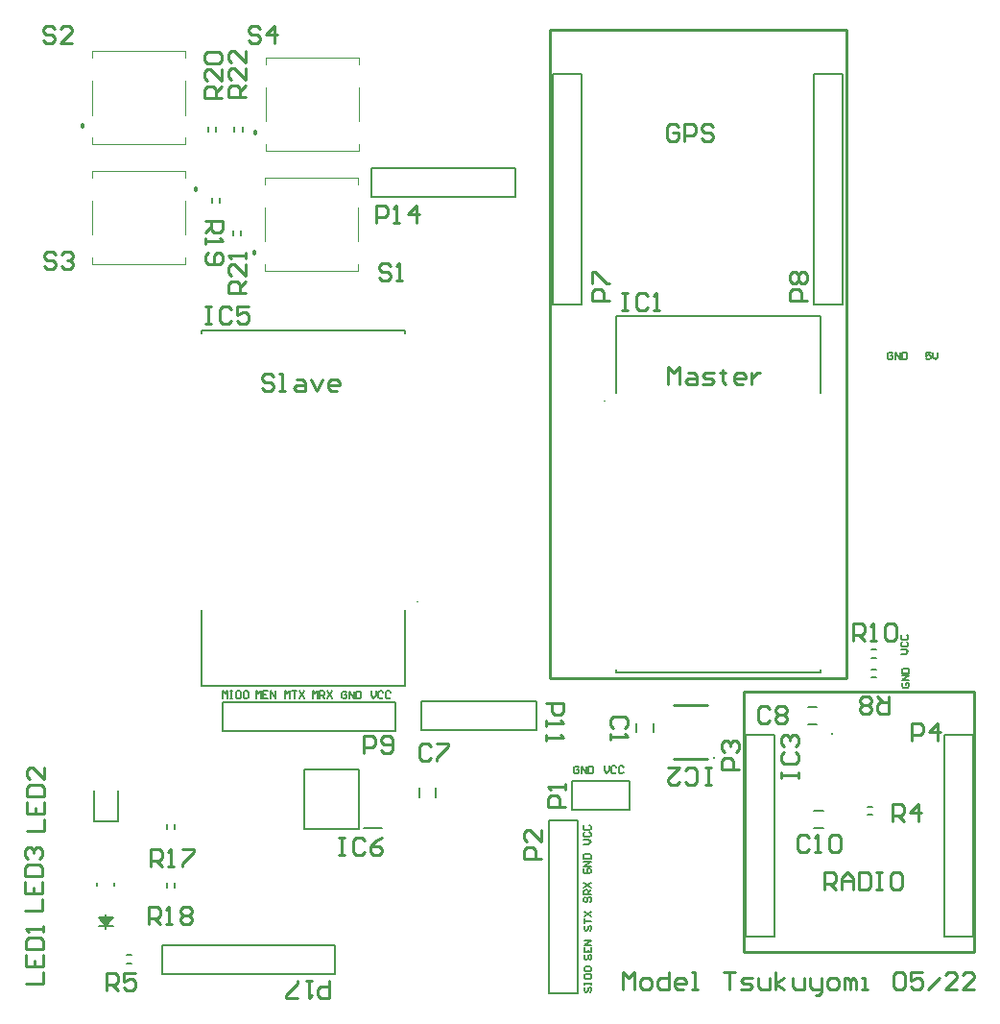
<source format=gto>
G04*
G04 #@! TF.GenerationSoftware,Altium Limited,Altium Designer,22.2.1 (43)*
G04*
G04 Layer_Color=65535*
%FSLAX25Y25*%
%MOIN*%
G70*
G04*
G04 #@! TF.SameCoordinates,BF82E168-2CF8-4A2D-AB3A-859FEF8C30B5*
G04*
G04*
G04 #@! TF.FilePolarity,Positive*
G04*
G01*
G75*
%ADD10C,0.00394*%
%ADD11C,0.01000*%
%ADD12C,0.01181*%
%ADD13C,0.00787*%
%ADD14C,0.01000*%
%ADD15C,0.00787*%
%ADD16C,0.00600*%
%ADD17C,0.00500*%
D10*
X209469Y-132060D02*
X209075D01*
X209469D01*
X144119Y-201761D02*
X144513D01*
X144119D01*
X91758Y-35053D02*
Y-23242D01*
X124042Y-35053D02*
Y-23242D01*
X91758Y-45290D02*
Y-42927D01*
Y-45290D02*
X124042D01*
Y-42927D01*
X91758Y-15368D02*
Y-13006D01*
X124042D01*
Y-15368D02*
Y-13006D01*
X31557Y-32763D02*
Y-20952D01*
X63840Y-32763D02*
Y-20952D01*
X31557Y-42999D02*
Y-40637D01*
Y-42999D02*
X63840D01*
Y-40637D01*
X31557Y-13078D02*
Y-10716D01*
X63840D01*
Y-13078D02*
Y-10716D01*
X123642Y-56920D02*
Y-54558D01*
X91358D02*
X123642D01*
X91358Y-56920D02*
Y-54558D01*
X123642Y-86842D02*
Y-84479D01*
X91358Y-86842D02*
X123642D01*
X91358D02*
Y-84479D01*
X123642Y-76605D02*
Y-64794D01*
X91358Y-76605D02*
Y-64794D01*
X31458Y-84551D02*
Y-82189D01*
Y-84551D02*
X63742D01*
Y-82189D01*
X31458Y-54630D02*
Y-52268D01*
X63742D01*
Y-54630D02*
Y-52268D01*
X31458Y-74315D02*
Y-62504D01*
X63742Y-74315D02*
Y-62504D01*
D11*
X247477Y-255943D02*
D03*
D12*
X88176Y-38597D02*
Y-39384D01*
Y-38597D01*
X27974Y-36306D02*
Y-37094D01*
Y-36306D01*
X87776Y-80936D02*
Y-80149D01*
Y-80936D01*
X67324Y-58173D02*
Y-58961D01*
Y-58173D01*
D13*
X288565Y-247600D02*
D03*
D14*
X190400Y-228100D02*
X293300D01*
X190400Y-3100D02*
X293300D01*
Y-228100D02*
Y-3100D01*
X190400Y-228100D02*
Y-3100D01*
X257900Y-323182D02*
Y-232782D01*
X337900Y-323182D02*
Y-232782D01*
X257900Y-323182D02*
X337900D01*
X257900Y-232782D02*
X337900D01*
X233395Y-256152D02*
X245205D01*
X233395Y-237648D02*
X245205D01*
X215800Y-336201D02*
Y-330203D01*
X217799Y-332202D01*
X219799Y-330203D01*
Y-336201D01*
X222798D02*
X224797D01*
X225797Y-335201D01*
Y-333202D01*
X224797Y-332202D01*
X222798D01*
X221798Y-333202D01*
Y-335201D01*
X222798Y-336201D01*
X231795Y-330203D02*
Y-336201D01*
X228796D01*
X227796Y-335201D01*
Y-333202D01*
X228796Y-332202D01*
X231795D01*
X236793Y-336201D02*
X234794D01*
X233794Y-335201D01*
Y-333202D01*
X234794Y-332202D01*
X236793D01*
X237793Y-333202D01*
Y-334201D01*
X233794D01*
X239792Y-336201D02*
X241792D01*
X240792D01*
Y-330203D01*
X239792D01*
X250789D02*
X254787D01*
X252788D01*
Y-336201D01*
X256787D02*
X259786D01*
X260785Y-335201D01*
X259786Y-334201D01*
X257786D01*
X256787Y-333202D01*
X257786Y-332202D01*
X260785D01*
X262785D02*
Y-335201D01*
X263785Y-336201D01*
X266783D01*
Y-332202D01*
X268783Y-336201D02*
Y-330203D01*
Y-334201D02*
X271782Y-332202D01*
X268783Y-334201D02*
X271782Y-336201D01*
X274781Y-332202D02*
Y-335201D01*
X275781Y-336201D01*
X278780D01*
Y-332202D01*
X280779D02*
Y-335201D01*
X281779Y-336201D01*
X284778D01*
Y-337200D01*
X283778Y-338200D01*
X282778D01*
X284778Y-336201D02*
Y-332202D01*
X287777Y-336201D02*
X289776D01*
X290776Y-335201D01*
Y-333202D01*
X289776Y-332202D01*
X287777D01*
X286777Y-333202D01*
Y-335201D01*
X287777Y-336201D01*
X292775D02*
Y-332202D01*
X293775D01*
X294774Y-333202D01*
Y-336201D01*
Y-333202D01*
X295774Y-332202D01*
X296774Y-333202D01*
Y-336201D01*
X298773D02*
X300773D01*
X299773D01*
Y-332202D01*
X298773D01*
X309770Y-331202D02*
X310769Y-330203D01*
X312769D01*
X313768Y-331202D01*
Y-335201D01*
X312769Y-336201D01*
X310769D01*
X309770Y-335201D01*
Y-331202D01*
X319766Y-330203D02*
X315768D01*
Y-333202D01*
X317767Y-332202D01*
X318767D01*
X319766Y-333202D01*
Y-335201D01*
X318767Y-336201D01*
X316767D01*
X315768Y-335201D01*
X321766Y-336201D02*
X325764Y-332202D01*
X331763Y-336201D02*
X327764D01*
X331763Y-332202D01*
Y-331202D01*
X330763Y-330203D01*
X328764D01*
X327764Y-331202D01*
X337761Y-336201D02*
X333762D01*
X337761Y-332202D01*
Y-331202D01*
X336761Y-330203D01*
X334762D01*
X333762Y-331202D01*
X279699Y-97098D02*
X273701D01*
Y-94099D01*
X274701Y-93100D01*
X276700D01*
X277700Y-94099D01*
Y-97098D01*
X274701Y-91100D02*
X273701Y-90101D01*
Y-88101D01*
X274701Y-87102D01*
X275700D01*
X276700Y-88101D01*
X277700Y-87102D01*
X278699D01*
X279699Y-88101D01*
Y-90101D01*
X278699Y-91100D01*
X277700D01*
X276700Y-90101D01*
X275700Y-91100D01*
X274701D01*
X276700Y-90101D02*
Y-88101D01*
X316002Y-249799D02*
Y-243801D01*
X319001D01*
X320000Y-244801D01*
Y-246800D01*
X319001Y-247800D01*
X316002D01*
X324999Y-249799D02*
Y-243801D01*
X322000Y-246800D01*
X325998D01*
X130202Y-70099D02*
Y-64101D01*
X133202D01*
X134201Y-65101D01*
Y-67100D01*
X133202Y-68100D01*
X130202D01*
X136200Y-70099D02*
X138200D01*
X137200D01*
Y-64101D01*
X136200Y-65101D01*
X144198Y-70099D02*
Y-64101D01*
X141199Y-67100D01*
X145198D01*
X215502Y-94501D02*
X217501D01*
X216502D01*
Y-100499D01*
X215502D01*
X217501D01*
X224499Y-95501D02*
X223499Y-94501D01*
X221500D01*
X220500Y-95501D01*
Y-99499D01*
X221500Y-100499D01*
X223499D01*
X224499Y-99499D01*
X226499Y-100499D02*
X228498D01*
X227498D01*
Y-94501D01*
X226499Y-95501D01*
X94299Y-123602D02*
X93299Y-122602D01*
X91300D01*
X90300Y-123602D01*
Y-124601D01*
X91300Y-125601D01*
X93299D01*
X94299Y-126601D01*
Y-127600D01*
X93299Y-128600D01*
X91300D01*
X90300Y-127600D01*
X96298Y-128600D02*
X98297D01*
X97298D01*
Y-122602D01*
X96298D01*
X102296Y-124601D02*
X104296D01*
X105295Y-125601D01*
Y-128600D01*
X102296D01*
X101296Y-127600D01*
X102296Y-126601D01*
X105295D01*
X107294Y-124601D02*
X109294Y-128600D01*
X111293Y-124601D01*
X116292Y-128600D02*
X114292D01*
X113293Y-127600D01*
Y-125601D01*
X114292Y-124601D01*
X116292D01*
X117291Y-125601D01*
Y-126601D01*
X113293D01*
X231400Y-126200D02*
Y-120202D01*
X233399Y-122201D01*
X235399Y-120202D01*
Y-126200D01*
X238398Y-122201D02*
X240397D01*
X241397Y-123201D01*
Y-126200D01*
X238398D01*
X237398Y-125200D01*
X238398Y-124201D01*
X241397D01*
X243396Y-126200D02*
X246395D01*
X247395Y-125200D01*
X246395Y-124201D01*
X244396D01*
X243396Y-123201D01*
X244396Y-122201D01*
X247395D01*
X250394Y-121202D02*
Y-122201D01*
X249394D01*
X251394D01*
X250394D01*
Y-125200D01*
X251394Y-126200D01*
X257392D02*
X255392D01*
X254393Y-125200D01*
Y-123201D01*
X255392Y-122201D01*
X257392D01*
X258391Y-123201D01*
Y-124201D01*
X254393D01*
X260391Y-122201D02*
Y-126200D01*
Y-124201D01*
X261390Y-123201D01*
X262390Y-122201D01*
X263390D01*
X285800Y-301500D02*
Y-295502D01*
X288799D01*
X289799Y-296502D01*
Y-298501D01*
X288799Y-299501D01*
X285800D01*
X287799D02*
X289799Y-301500D01*
X291798D02*
Y-297501D01*
X293797Y-295502D01*
X295797Y-297501D01*
Y-301500D01*
Y-298501D01*
X291798D01*
X297796Y-295502D02*
Y-301500D01*
X300795D01*
X301795Y-300500D01*
Y-296502D01*
X300795Y-295502D01*
X297796D01*
X303794D02*
X305793D01*
X304794D01*
Y-301500D01*
X303794D01*
X305793D01*
X311792Y-295502D02*
X309792D01*
X308793Y-296502D01*
Y-300500D01*
X309792Y-301500D01*
X311792D01*
X312791Y-300500D01*
Y-296502D01*
X311792Y-295502D01*
X235101Y-36802D02*
X234102Y-35802D01*
X232102D01*
X231103Y-36802D01*
Y-40800D01*
X232102Y-41800D01*
X234102D01*
X235101Y-40800D01*
Y-38801D01*
X233102D01*
X237101Y-41800D02*
Y-35802D01*
X240100D01*
X241099Y-36802D01*
Y-38801D01*
X240100Y-39801D01*
X237101D01*
X247097Y-36802D02*
X246098Y-35802D01*
X244098D01*
X243099Y-36802D01*
Y-37801D01*
X244098Y-38801D01*
X246098D01*
X247097Y-39801D01*
Y-40800D01*
X246098Y-41800D01*
X244098D01*
X243099Y-40800D01*
X295702Y-215399D02*
Y-209401D01*
X298702D01*
X299701Y-210401D01*
Y-212400D01*
X298702Y-213400D01*
X295702D01*
X297702D02*
X299701Y-215399D01*
X301700D02*
X303700D01*
X302700D01*
Y-209401D01*
X301700Y-210401D01*
X306699D02*
X307698Y-209401D01*
X309698D01*
X310698Y-210401D01*
Y-214399D01*
X309698Y-215399D01*
X307698D01*
X306699Y-214399D01*
Y-210401D01*
X308098Y-234601D02*
Y-240599D01*
X305099D01*
X304100Y-239599D01*
Y-237600D01*
X305099Y-236600D01*
X308098D01*
X306099D02*
X304100Y-234601D01*
X302100Y-239599D02*
X301101Y-240599D01*
X299101D01*
X298102Y-239599D01*
Y-238600D01*
X299101Y-237600D01*
X298102Y-236600D01*
Y-235601D01*
X299101Y-234601D01*
X301101D01*
X302100Y-235601D01*
Y-236600D01*
X301101Y-237600D01*
X302100Y-238600D01*
Y-239599D01*
X301101Y-237600D02*
X299101D01*
X188950Y-236850D02*
X194948D01*
Y-239849D01*
X193948Y-240849D01*
X191949D01*
X190949Y-239849D01*
Y-236850D01*
X188950Y-242848D02*
Y-244847D01*
Y-243848D01*
X194948D01*
X193948Y-242848D01*
X188950Y-247846D02*
Y-249846D01*
Y-248846D01*
X194948D01*
X193948Y-247846D01*
X125702Y-254299D02*
Y-248301D01*
X128701D01*
X129700Y-249301D01*
Y-251300D01*
X128701Y-252300D01*
X125702D01*
X131700Y-253299D02*
X132699Y-254299D01*
X134699D01*
X135698Y-253299D01*
Y-249301D01*
X134699Y-248301D01*
X132699D01*
X131700Y-249301D01*
Y-250300D01*
X132699Y-251300D01*
X135698D01*
X187499Y-290998D02*
X181501D01*
Y-287999D01*
X182501Y-287000D01*
X184500D01*
X185500Y-287999D01*
Y-290998D01*
X187499Y-281002D02*
Y-285000D01*
X183500Y-281002D01*
X182501D01*
X181501Y-282001D01*
Y-284001D01*
X182501Y-285000D01*
X113898Y-333301D02*
Y-339299D01*
X110898D01*
X109899Y-338299D01*
Y-336300D01*
X110898Y-335300D01*
X113898D01*
X107899Y-333301D02*
X105900D01*
X106900D01*
Y-339299D01*
X107899Y-338299D01*
X102901Y-339299D02*
X98902D01*
Y-338299D01*
X102901Y-334301D01*
Y-333301D01*
X8201Y-308996D02*
X14199D01*
Y-304998D01*
X8201Y-299000D02*
Y-302998D01*
X14199D01*
Y-299000D01*
X11200Y-302998D02*
Y-300999D01*
X8201Y-297000D02*
X14199D01*
Y-294001D01*
X13199Y-293002D01*
X9201D01*
X8201Y-294001D01*
Y-297000D01*
X9201Y-291002D02*
X8201Y-290003D01*
Y-288003D01*
X9201Y-287003D01*
X10200D01*
X11200Y-288003D01*
Y-289003D01*
Y-288003D01*
X12200Y-287003D01*
X13199D01*
X14199Y-288003D01*
Y-290003D01*
X13199Y-291002D01*
X89900Y-2901D02*
X88901Y-1901D01*
X86901D01*
X85902Y-2901D01*
Y-3900D01*
X86901Y-4900D01*
X88901D01*
X89900Y-5900D01*
Y-6899D01*
X88901Y-7899D01*
X86901D01*
X85902Y-6899D01*
X94899Y-7899D02*
Y-1901D01*
X91900Y-4900D01*
X95898D01*
X18600Y-81401D02*
X17601Y-80401D01*
X15601D01*
X14602Y-81401D01*
Y-82400D01*
X15601Y-83400D01*
X17601D01*
X18600Y-84400D01*
Y-85399D01*
X17601Y-86399D01*
X15601D01*
X14602Y-85399D01*
X20600Y-81401D02*
X21599Y-80401D01*
X23599D01*
X24598Y-81401D01*
Y-82400D01*
X23599Y-83400D01*
X22599D01*
X23599D01*
X24598Y-84400D01*
Y-85399D01*
X23599Y-86399D01*
X21599D01*
X20600Y-85399D01*
X18300Y-2901D02*
X17301Y-1901D01*
X15301D01*
X14302Y-2901D01*
Y-3900D01*
X15301Y-4900D01*
X17301D01*
X18300Y-5900D01*
Y-6899D01*
X17301Y-7899D01*
X15301D01*
X14302Y-6899D01*
X24298Y-7899D02*
X20300D01*
X24298Y-3900D01*
Y-2901D01*
X23299Y-1901D01*
X21299D01*
X20300Y-2901D01*
X135100Y-85101D02*
X134100Y-84101D01*
X132101D01*
X131101Y-85101D01*
Y-86100D01*
X132101Y-87100D01*
X134100D01*
X135100Y-88100D01*
Y-89099D01*
X134100Y-90099D01*
X132101D01*
X131101Y-89099D01*
X137099Y-90099D02*
X139099D01*
X138099D01*
Y-84101D01*
X137099Y-85101D01*
X84899Y-26697D02*
X78901D01*
Y-23698D01*
X79901Y-22699D01*
X81900D01*
X82900Y-23698D01*
Y-26697D01*
Y-24698D02*
X84899Y-22699D01*
Y-16701D02*
Y-20699D01*
X80900Y-16701D01*
X79901D01*
X78901Y-17700D01*
Y-19700D01*
X79901Y-20699D01*
X84899Y-10703D02*
Y-14701D01*
X80900Y-10703D01*
X79901D01*
X78901Y-11702D01*
Y-13702D01*
X79901Y-14701D01*
X84899Y-94543D02*
X78901D01*
Y-91544D01*
X79901Y-90544D01*
X81900D01*
X82900Y-91544D01*
Y-94543D01*
Y-92543D02*
X84899Y-90544D01*
Y-84546D02*
Y-88545D01*
X80900Y-84546D01*
X79901D01*
X78901Y-85545D01*
Y-87545D01*
X79901Y-88545D01*
X84899Y-82547D02*
Y-80547D01*
Y-81547D01*
X78901D01*
X79901Y-82547D01*
X76499Y-26797D02*
X70501D01*
Y-23798D01*
X71501Y-22799D01*
X73500D01*
X74500Y-23798D01*
Y-26797D01*
Y-24798D02*
X76499Y-22799D01*
Y-16801D02*
Y-20799D01*
X72500Y-16801D01*
X71501D01*
X70501Y-17800D01*
Y-19800D01*
X71501Y-20799D01*
Y-14801D02*
X70501Y-13802D01*
Y-11802D01*
X71501Y-10803D01*
X75499D01*
X76499Y-11802D01*
Y-13802D01*
X75499Y-14801D01*
X71501D01*
X70601Y-69502D02*
X76599D01*
Y-72501D01*
X75599Y-73501D01*
X73600D01*
X72600Y-72501D01*
Y-69502D01*
Y-71502D02*
X70601Y-73501D01*
Y-75501D02*
Y-77500D01*
Y-76500D01*
X76599D01*
X75599Y-75501D01*
X71601Y-80499D02*
X70601Y-81499D01*
Y-83498D01*
X71601Y-84498D01*
X75599D01*
X76599Y-83498D01*
Y-81499D01*
X75599Y-80499D01*
X74600D01*
X73600Y-81499D01*
Y-84498D01*
X51102Y-313599D02*
Y-307601D01*
X54102D01*
X55101Y-308601D01*
Y-310600D01*
X54102Y-311600D01*
X51102D01*
X53102D02*
X55101Y-313599D01*
X57100D02*
X59100D01*
X58100D01*
Y-307601D01*
X57100Y-308601D01*
X62099D02*
X63099Y-307601D01*
X65098D01*
X66098Y-308601D01*
Y-309600D01*
X65098Y-310600D01*
X66098Y-311600D01*
Y-312599D01*
X65098Y-313599D01*
X63099D01*
X62099Y-312599D01*
Y-311600D01*
X63099Y-310600D01*
X62099Y-309600D01*
Y-308601D01*
X63099Y-310600D02*
X65098D01*
X51902Y-293599D02*
Y-287601D01*
X54901D01*
X55901Y-288601D01*
Y-290600D01*
X54901Y-291600D01*
X51902D01*
X53902D02*
X55901Y-293599D01*
X57901D02*
X59900D01*
X58900D01*
Y-287601D01*
X57901Y-288601D01*
X62899Y-287601D02*
X66898D01*
Y-288601D01*
X62899Y-292599D01*
Y-293599D01*
X8801Y-281196D02*
X14799D01*
Y-277198D01*
X8801Y-271200D02*
Y-275198D01*
X14799D01*
Y-271200D01*
X11800Y-275198D02*
Y-273199D01*
X8801Y-269200D02*
X14799D01*
Y-266201D01*
X13799Y-265202D01*
X9801D01*
X8801Y-266201D01*
Y-269200D01*
X14799Y-259204D02*
Y-263202D01*
X10800Y-259204D01*
X9801D01*
X8801Y-260203D01*
Y-262203D01*
X9801Y-263202D01*
X8301Y-334097D02*
X14299D01*
Y-330098D01*
X8301Y-324100D02*
Y-328099D01*
X14299D01*
Y-324100D01*
X11300Y-328099D02*
Y-326099D01*
X8301Y-322101D02*
X14299D01*
Y-319102D01*
X13299Y-318102D01*
X9301D01*
X8301Y-319102D01*
Y-322101D01*
X14299Y-316103D02*
Y-314103D01*
Y-315103D01*
X8301D01*
X9301Y-316103D01*
X70602Y-99201D02*
X72602D01*
X71602D01*
Y-105199D01*
X70602D01*
X72602D01*
X79599Y-100201D02*
X78600Y-99201D01*
X76600D01*
X75601Y-100201D01*
Y-104199D01*
X76600Y-105199D01*
X78600D01*
X79599Y-104199D01*
X85598Y-99201D02*
X81599D01*
Y-102200D01*
X83598Y-101200D01*
X84598D01*
X85598Y-102200D01*
Y-104199D01*
X84598Y-105199D01*
X82599D01*
X81599Y-104199D01*
X36302Y-336499D02*
Y-330501D01*
X39301D01*
X40300Y-331501D01*
Y-333500D01*
X39301Y-334500D01*
X36302D01*
X38301D02*
X40300Y-336499D01*
X46298Y-330501D02*
X42300D01*
Y-333500D01*
X44299Y-332500D01*
X45299D01*
X46298Y-333500D01*
Y-335499D01*
X45299Y-336499D01*
X43299D01*
X42300Y-335499D01*
X309402Y-277999D02*
Y-272001D01*
X312401D01*
X313400Y-273001D01*
Y-275000D01*
X312401Y-276000D01*
X309402D01*
X311401D02*
X313400Y-277999D01*
X318399D02*
Y-272001D01*
X315400Y-275000D01*
X319398D01*
X211099Y-97298D02*
X205101D01*
Y-94299D01*
X206101Y-93300D01*
X208100D01*
X209100Y-94299D01*
Y-97298D01*
X205101Y-91300D02*
Y-87302D01*
X206101D01*
X210099Y-91300D01*
X211099D01*
X256099Y-259898D02*
X250101D01*
Y-256899D01*
X251101Y-255900D01*
X253100D01*
X254100Y-256899D01*
Y-259898D01*
X251101Y-253900D02*
X250101Y-252901D01*
Y-250901D01*
X251101Y-249902D01*
X252100D01*
X253100Y-250901D01*
Y-251901D01*
Y-250901D01*
X254100Y-249902D01*
X255099D01*
X256099Y-250901D01*
Y-252901D01*
X255099Y-253900D01*
X195699Y-272999D02*
X189701D01*
Y-270000D01*
X190701Y-269000D01*
X192700D01*
X193700Y-270000D01*
Y-272999D01*
X195699Y-267001D02*
Y-265001D01*
Y-266001D01*
X189701D01*
X190701Y-267001D01*
X117202Y-283601D02*
X119202D01*
X118202D01*
Y-289599D01*
X117202D01*
X119202D01*
X126199Y-284601D02*
X125200Y-283601D01*
X123201D01*
X122201Y-284601D01*
Y-288599D01*
X123201Y-289599D01*
X125200D01*
X126199Y-288599D01*
X132198Y-283601D02*
X130198Y-284601D01*
X128199Y-286600D01*
Y-288599D01*
X129199Y-289599D01*
X131198D01*
X132198Y-288599D01*
Y-287600D01*
X131198Y-286600D01*
X128199D01*
X270901Y-262998D02*
Y-260998D01*
Y-261998D01*
X276899D01*
Y-262998D01*
Y-260998D01*
X271901Y-254000D02*
X270901Y-255000D01*
Y-256999D01*
X271901Y-257999D01*
X275899D01*
X276899Y-256999D01*
Y-255000D01*
X275899Y-254000D01*
X271901Y-252001D02*
X270901Y-251002D01*
Y-249002D01*
X271901Y-248002D01*
X272900D01*
X273900Y-249002D01*
Y-250002D01*
Y-249002D01*
X274900Y-248002D01*
X275899D01*
X276899Y-249002D01*
Y-251002D01*
X275899Y-252001D01*
X246298Y-265299D02*
X244298D01*
X245298D01*
Y-259301D01*
X246298D01*
X244298D01*
X237300Y-264299D02*
X238300Y-265299D01*
X240300D01*
X241299Y-264299D01*
Y-260301D01*
X240300Y-259301D01*
X238300D01*
X237300Y-260301D01*
X231302Y-259301D02*
X235301D01*
X231302Y-263300D01*
Y-264299D01*
X232302Y-265299D01*
X234301D01*
X235301Y-264299D01*
X280401Y-283701D02*
X279401Y-282701D01*
X277402D01*
X276402Y-283701D01*
Y-287699D01*
X277402Y-288699D01*
X279401D01*
X280401Y-287699D01*
X282400Y-288699D02*
X284400D01*
X283400D01*
Y-282701D01*
X282400Y-283701D01*
X287399D02*
X288399Y-282701D01*
X290398D01*
X291398Y-283701D01*
Y-287699D01*
X290398Y-288699D01*
X288399D01*
X287399Y-287699D01*
Y-283701D01*
X266600Y-238901D02*
X265601Y-237901D01*
X263601D01*
X262602Y-238901D01*
Y-242899D01*
X263601Y-243899D01*
X265601D01*
X266600Y-242899D01*
X268600Y-238901D02*
X269599Y-237901D01*
X271599D01*
X272598Y-238901D01*
Y-239900D01*
X271599Y-240900D01*
X272598Y-241900D01*
Y-242899D01*
X271599Y-243899D01*
X269599D01*
X268600Y-242899D01*
Y-241900D01*
X269599Y-240900D01*
X268600Y-239900D01*
Y-238901D01*
X269599Y-240900D02*
X271599D01*
X148999Y-251902D02*
X147999Y-250902D01*
X146000D01*
X145000Y-251902D01*
Y-255900D01*
X146000Y-256900D01*
X147999D01*
X148999Y-255900D01*
X150998Y-250902D02*
X154997D01*
Y-251902D01*
X150998Y-255900D01*
Y-256900D01*
X216399Y-245500D02*
X217399Y-244500D01*
Y-242501D01*
X216399Y-241501D01*
X212401D01*
X211401Y-242501D01*
Y-244500D01*
X212401Y-245500D01*
X211401Y-247499D02*
Y-249499D01*
Y-248499D01*
X217399D01*
X216399Y-247499D01*
D15*
X292200Y-98500D02*
Y-18500D01*
X282200D02*
X292200D01*
X282200Y-98500D02*
Y-18500D01*
Y-98500D02*
X292200D01*
X327500Y-317770D02*
Y-247770D01*
Y-317770D02*
X337500D01*
Y-247770D01*
X327500D02*
X337500D01*
X128400Y-61100D02*
Y-51100D01*
X178400D01*
X128400Y-61100D02*
X178400D01*
Y-51100D01*
X213406Y-129107D02*
Y-102729D01*
X284272D01*
Y-129107D02*
Y-102729D01*
Y-226351D02*
Y-225170D01*
X213406Y-226351D02*
X284272D01*
X213406D02*
Y-225170D01*
X140182Y-231091D02*
Y-204713D01*
X69316Y-231091D02*
X140182D01*
X69316D02*
Y-204713D01*
Y-108650D02*
Y-107469D01*
X140182D01*
Y-108650D02*
Y-107469D01*
X191400Y-18500D02*
X201400D01*
Y-98500D02*
Y-18500D01*
X191400Y-98500D02*
X201400D01*
X191400D02*
Y-18500D01*
X258300Y-317770D02*
Y-247770D01*
Y-317770D02*
X268300D01*
Y-247770D01*
X258300D02*
X268300D01*
X55800Y-330800D02*
Y-320800D01*
X115800Y-330800D02*
Y-320800D01*
X55800Y-330800D02*
X115800D01*
X55800Y-320800D02*
X115800D01*
X76600Y-246700D02*
Y-236700D01*
X136600Y-246700D02*
Y-236700D01*
X76600Y-246700D02*
X136600D01*
X76600Y-236700D02*
X136600D01*
X190100Y-337700D02*
X200100D01*
X190100Y-277700D02*
X200100D01*
Y-337700D02*
Y-277700D01*
X190100Y-337700D02*
Y-277700D01*
X145600Y-246200D02*
Y-236200D01*
X185600D01*
X145600Y-246200D02*
X185600D01*
Y-236200D01*
X198100Y-274000D02*
Y-264000D01*
X218100D01*
Y-274000D02*
Y-264000D01*
X198100Y-274000D02*
X218100D01*
X302260Y-218422D02*
X303835D01*
X302260Y-221178D02*
X303835D01*
X302213Y-225122D02*
X303787D01*
X302213Y-227878D02*
X303787D01*
X32066Y-277790D02*
Y-267357D01*
Y-277790D02*
X40334D01*
Y-267357D01*
X105153Y-280594D02*
X124247D01*
X105153D02*
Y-259806D01*
X124247D01*
Y-280594D02*
Y-259806D01*
X125625Y-280358D02*
X132121D01*
X60078Y-300935D02*
Y-299360D01*
X57322Y-300935D02*
Y-299360D01*
X300913Y-275678D02*
X302487D01*
X300913Y-272922D02*
X302487D01*
X220547Y-247075D02*
Y-243925D01*
X226453Y-247075D02*
Y-243925D01*
X57322Y-280484D02*
Y-278909D01*
X60078Y-280484D02*
Y-278909D01*
X43513Y-324369D02*
X45087D01*
X43513Y-327124D02*
X45087D01*
X282125Y-280153D02*
X285275D01*
X282125Y-274247D02*
X285275D01*
X280110Y-244253D02*
X283260D01*
X280110Y-238347D02*
X283260D01*
X144947Y-269560D02*
Y-266410D01*
X150853Y-269560D02*
Y-266410D01*
X75778Y-63190D02*
Y-61615D01*
X73022Y-63190D02*
Y-61615D01*
X83178Y-74435D02*
Y-72860D01*
X80422Y-74435D02*
Y-72860D01*
X74578Y-38435D02*
Y-36860D01*
X71822Y-38435D02*
Y-36860D01*
X83678Y-38435D02*
Y-36860D01*
X80922Y-38435D02*
Y-36860D01*
D16*
X36200Y-315250D02*
Y-310250D01*
X33700Y-314250D02*
X38700D01*
X33700Y-311250D02*
X36200Y-314250D01*
X34200Y-311250D02*
X36200Y-314250D01*
X34700Y-311250D02*
X36200Y-314250D01*
X35200Y-311250D02*
X36200Y-314250D01*
X35700Y-311250D02*
X36200Y-314250D01*
X38700Y-311250D01*
X36200Y-314250D02*
X38200Y-311250D01*
X36200Y-314250D02*
X37700Y-311250D01*
X36200Y-314250D02*
X37200Y-311250D01*
X36200Y-314250D02*
X36700Y-311250D01*
X33700D02*
X38700D01*
X39150Y-300385D02*
Y-299114D01*
X33250Y-300385D02*
Y-299114D01*
D17*
X209300Y-258701D02*
Y-260367D01*
X210133Y-261200D01*
X210966Y-260367D01*
Y-258701D01*
X213465Y-259117D02*
X213049Y-258701D01*
X212216D01*
X211799Y-259117D01*
Y-260784D01*
X212216Y-261200D01*
X213049D01*
X213465Y-260784D01*
X215965Y-259117D02*
X215548Y-258701D01*
X214715D01*
X214298Y-259117D01*
Y-260784D01*
X214715Y-261200D01*
X215548D01*
X215965Y-260784D01*
X200466Y-259217D02*
X200050Y-258801D01*
X199216D01*
X198800Y-259217D01*
Y-260883D01*
X199216Y-261300D01*
X200050D01*
X200466Y-260883D01*
Y-260050D01*
X199633D01*
X201299Y-261300D02*
Y-258801D01*
X202965Y-261300D01*
Y-258801D01*
X203798D02*
Y-261300D01*
X205048D01*
X205465Y-260883D01*
Y-259217D01*
X205048Y-258801D01*
X203798D01*
X322666Y-115201D02*
X321000D01*
Y-116450D01*
X321833Y-116034D01*
X322250D01*
X322666Y-116450D01*
Y-117283D01*
X322250Y-117700D01*
X321416D01*
X321000Y-117283D01*
X323499Y-115201D02*
Y-116867D01*
X324332Y-117700D01*
X325165Y-116867D01*
Y-115201D01*
X309466Y-115517D02*
X309050Y-115101D01*
X308217D01*
X307800Y-115517D01*
Y-117183D01*
X308217Y-117600D01*
X309050D01*
X309466Y-117183D01*
Y-116350D01*
X308633D01*
X310299Y-117600D02*
Y-115101D01*
X311965Y-117600D01*
Y-115101D01*
X312798D02*
Y-117600D01*
X314048D01*
X314464Y-117183D01*
Y-115517D01*
X314048Y-115101D01*
X312798D01*
X312401Y-219900D02*
X314067D01*
X314900Y-219067D01*
X314067Y-218234D01*
X312401D01*
X312817Y-215735D02*
X312401Y-216151D01*
Y-216984D01*
X312817Y-217401D01*
X314483D01*
X314900Y-216984D01*
Y-216151D01*
X314483Y-215735D01*
X312817Y-213235D02*
X312401Y-213652D01*
Y-214485D01*
X312817Y-214902D01*
X314483D01*
X314900Y-214485D01*
Y-213652D01*
X314483Y-213235D01*
X313117Y-229834D02*
X312701Y-230250D01*
Y-231083D01*
X313117Y-231500D01*
X314784D01*
X315200Y-231083D01*
Y-230250D01*
X314784Y-229834D01*
X313950D01*
Y-230667D01*
X315200Y-229001D02*
X312701D01*
X315200Y-227335D01*
X312701D01*
Y-226502D02*
X315200D01*
Y-225252D01*
X314784Y-224835D01*
X313117D01*
X312701Y-225252D01*
Y-226502D01*
X128400Y-232701D02*
Y-234367D01*
X129233Y-235200D01*
X130066Y-234367D01*
Y-232701D01*
X132565Y-233117D02*
X132149Y-232701D01*
X131316D01*
X130899Y-233117D01*
Y-234784D01*
X131316Y-235200D01*
X132149D01*
X132565Y-234784D01*
X135064Y-233117D02*
X134648Y-232701D01*
X133815D01*
X133398Y-233117D01*
Y-234784D01*
X133815Y-235200D01*
X134648D01*
X135064Y-234784D01*
X119866Y-233217D02*
X119450Y-232801D01*
X118616D01*
X118200Y-233217D01*
Y-234883D01*
X118616Y-235300D01*
X119450D01*
X119866Y-234883D01*
Y-234050D01*
X119033D01*
X120699Y-235300D02*
Y-232801D01*
X122365Y-235300D01*
Y-232801D01*
X123198D02*
Y-235300D01*
X124448D01*
X124864Y-234883D01*
Y-233217D01*
X124448Y-232801D01*
X123198D01*
X108000Y-235200D02*
Y-232701D01*
X108833Y-233534D01*
X109666Y-232701D01*
Y-235200D01*
X110499D02*
Y-232701D01*
X111749D01*
X112165Y-233117D01*
Y-233950D01*
X111749Y-234367D01*
X110499D01*
X111332D02*
X112165Y-235200D01*
X112998Y-232701D02*
X114664Y-235200D01*
Y-232701D02*
X112998Y-235200D01*
X98300D02*
Y-232701D01*
X99133Y-233534D01*
X99966Y-232701D01*
Y-235200D01*
X100799Y-232701D02*
X102465D01*
X101632D01*
Y-235200D01*
X103298Y-232701D02*
X104964Y-235200D01*
Y-232701D02*
X103298Y-235200D01*
X88400D02*
Y-232701D01*
X89233Y-233534D01*
X90066Y-232701D01*
Y-235200D01*
X92565Y-232701D02*
X90899D01*
Y-235200D01*
X92565D01*
X90899Y-233950D02*
X91732D01*
X93398Y-235200D02*
Y-232701D01*
X95065Y-235200D01*
Y-232701D01*
X76900Y-235200D02*
Y-232701D01*
X77733Y-233534D01*
X78566Y-232701D01*
Y-235200D01*
X79399Y-232701D02*
X80232D01*
X79816D01*
Y-235200D01*
X79399D01*
X80232D01*
X82731Y-232701D02*
X81898D01*
X81482Y-233117D01*
Y-234784D01*
X81898Y-235200D01*
X82731D01*
X83148Y-234784D01*
Y-233117D01*
X82731Y-232701D01*
X83981Y-233117D02*
X84398Y-232701D01*
X85231D01*
X85647Y-233117D01*
Y-234784D01*
X85231Y-235200D01*
X84398D01*
X83981Y-234784D01*
Y-233117D01*
X202817Y-335434D02*
X202401Y-335850D01*
Y-336684D01*
X202817Y-337100D01*
X203234D01*
X203650Y-336684D01*
Y-335850D01*
X204067Y-335434D01*
X204484D01*
X204900Y-335850D01*
Y-336684D01*
X204484Y-337100D01*
X202401Y-334601D02*
Y-333768D01*
Y-334184D01*
X204900D01*
Y-334601D01*
Y-333768D01*
X202401Y-331269D02*
Y-332102D01*
X202817Y-332518D01*
X204484D01*
X204900Y-332102D01*
Y-331269D01*
X204484Y-330852D01*
X202817D01*
X202401Y-331269D01*
X202817Y-330019D02*
X202401Y-329602D01*
Y-328769D01*
X202817Y-328353D01*
X204484D01*
X204900Y-328769D01*
Y-329602D01*
X204484Y-330019D01*
X202817D01*
Y-324234D02*
X202401Y-324650D01*
Y-325483D01*
X202817Y-325900D01*
X203234D01*
X203650Y-325483D01*
Y-324650D01*
X204067Y-324234D01*
X204484D01*
X204900Y-324650D01*
Y-325483D01*
X204484Y-325900D01*
X202401Y-321735D02*
Y-323401D01*
X204900D01*
Y-321735D01*
X203650Y-323401D02*
Y-322568D01*
X204900Y-320902D02*
X202401D01*
X204900Y-319235D01*
X202401D01*
X202817Y-314134D02*
X202401Y-314550D01*
Y-315384D01*
X202817Y-315800D01*
X203234D01*
X203650Y-315384D01*
Y-314550D01*
X204067Y-314134D01*
X204484D01*
X204900Y-314550D01*
Y-315384D01*
X204484Y-315800D01*
X202401Y-313301D02*
Y-311635D01*
Y-312468D01*
X204900D01*
X202401Y-310802D02*
X204900Y-309136D01*
X202401D02*
X204900Y-310802D01*
X202617Y-304234D02*
X202201Y-304650D01*
Y-305484D01*
X202617Y-305900D01*
X203034D01*
X203450Y-305484D01*
Y-304650D01*
X203867Y-304234D01*
X204283D01*
X204700Y-304650D01*
Y-305484D01*
X204283Y-305900D01*
X204700Y-303401D02*
X202201D01*
Y-302151D01*
X202617Y-301735D01*
X203450D01*
X203867Y-302151D01*
Y-303401D01*
Y-302568D02*
X204700Y-301735D01*
X202201Y-300902D02*
X204700Y-299236D01*
X202201D02*
X204700Y-300902D01*
X202517Y-294334D02*
X202101Y-294750D01*
Y-295584D01*
X202517Y-296000D01*
X204184D01*
X204600Y-295584D01*
Y-294750D01*
X204184Y-294334D01*
X203350D01*
Y-295167D01*
X204600Y-293501D02*
X202101D01*
X204600Y-291835D01*
X202101D01*
Y-291002D02*
X204600D01*
Y-289752D01*
X204184Y-289335D01*
X202517D01*
X202101Y-289752D01*
Y-291002D01*
Y-285900D02*
X203767D01*
X204600Y-285067D01*
X203767Y-284234D01*
X202101D01*
X202517Y-281735D02*
X202101Y-282151D01*
Y-282984D01*
X202517Y-283401D01*
X204184D01*
X204600Y-282984D01*
Y-282151D01*
X204184Y-281735D01*
X202517Y-279236D02*
X202101Y-279652D01*
Y-280485D01*
X202517Y-280902D01*
X204184D01*
X204600Y-280485D01*
Y-279652D01*
X204184Y-279236D01*
M02*

</source>
